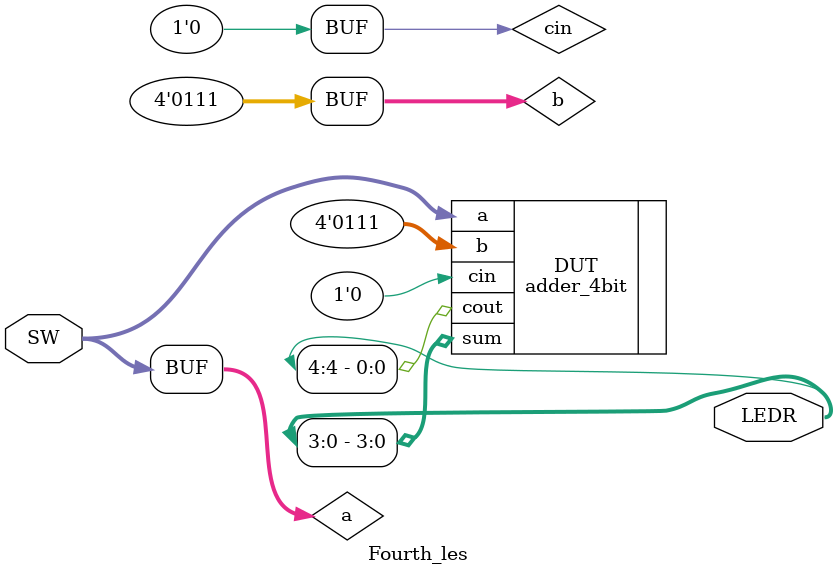
<source format=v>
module Fourth_les(
input wire [3:0] SW, // ????????????? ????? (??????? A)
output wire [4:0] LEDR // ?????????? ?????: sum[3:0], cout
);
wire [3:0] a = SW[3:0];
wire [3:0] b = 4'd7; // 
wire cin = 1'b0; // 
adder_4bit DUT(
.a(a),
.b(b),
.cin(cin),
.sum(LEDR[3:0]),
.cout(LEDR[4])
);
endmodule

</source>
